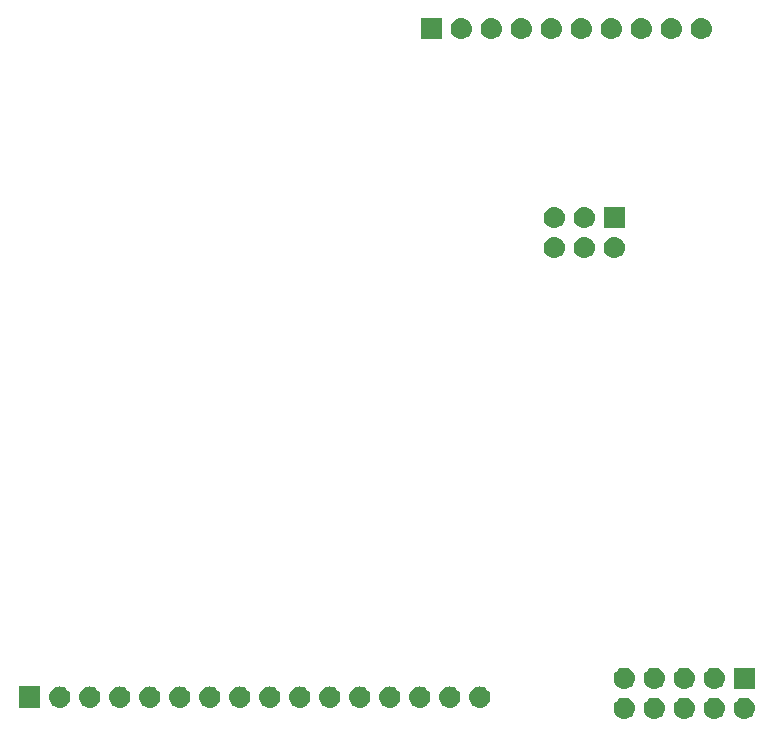
<source format=gbr>
G04 #@! TF.GenerationSoftware,KiCad,Pcbnew,(5.1.2)-1*
G04 #@! TF.CreationDate,2019-12-13T22:05:17-08:00*
G04 #@! TF.ProjectId,kicad-cpu-board-smt,6b696361-642d-4637-9075-2d626f617264,rev?*
G04 #@! TF.SameCoordinates,Original*
G04 #@! TF.FileFunction,Soldermask,Bot*
G04 #@! TF.FilePolarity,Negative*
%FSLAX46Y46*%
G04 Gerber Fmt 4.6, Leading zero omitted, Abs format (unit mm)*
G04 Created by KiCad (PCBNEW (5.1.2)-1) date 2019-12-13 22:05:17*
%MOMM*%
%LPD*%
G04 APERTURE LIST*
%ADD10C,0.100000*%
G04 APERTURE END LIST*
D10*
G36*
X83110443Y-74645519D02*
G01*
X83176627Y-74652037D01*
X83346466Y-74703557D01*
X83502991Y-74787222D01*
X83538729Y-74816552D01*
X83640186Y-74899814D01*
X83723448Y-75001271D01*
X83752778Y-75037009D01*
X83836443Y-75193534D01*
X83887963Y-75363373D01*
X83905359Y-75540000D01*
X83887963Y-75716627D01*
X83836443Y-75886466D01*
X83752778Y-76042991D01*
X83723448Y-76078729D01*
X83640186Y-76180186D01*
X83538729Y-76263448D01*
X83502991Y-76292778D01*
X83346466Y-76376443D01*
X83176627Y-76427963D01*
X83110442Y-76434482D01*
X83044260Y-76441000D01*
X82955740Y-76441000D01*
X82889558Y-76434482D01*
X82823373Y-76427963D01*
X82653534Y-76376443D01*
X82497009Y-76292778D01*
X82461271Y-76263448D01*
X82359814Y-76180186D01*
X82276552Y-76078729D01*
X82247222Y-76042991D01*
X82163557Y-75886466D01*
X82112037Y-75716627D01*
X82094641Y-75540000D01*
X82112037Y-75363373D01*
X82163557Y-75193534D01*
X82247222Y-75037009D01*
X82276552Y-75001271D01*
X82359814Y-74899814D01*
X82461271Y-74816552D01*
X82497009Y-74787222D01*
X82653534Y-74703557D01*
X82823373Y-74652037D01*
X82889557Y-74645519D01*
X82955740Y-74639000D01*
X83044260Y-74639000D01*
X83110443Y-74645519D01*
X83110443Y-74645519D01*
G37*
G36*
X78030443Y-74645519D02*
G01*
X78096627Y-74652037D01*
X78266466Y-74703557D01*
X78422991Y-74787222D01*
X78458729Y-74816552D01*
X78560186Y-74899814D01*
X78643448Y-75001271D01*
X78672778Y-75037009D01*
X78756443Y-75193534D01*
X78807963Y-75363373D01*
X78825359Y-75540000D01*
X78807963Y-75716627D01*
X78756443Y-75886466D01*
X78672778Y-76042991D01*
X78643448Y-76078729D01*
X78560186Y-76180186D01*
X78458729Y-76263448D01*
X78422991Y-76292778D01*
X78266466Y-76376443D01*
X78096627Y-76427963D01*
X78030442Y-76434482D01*
X77964260Y-76441000D01*
X77875740Y-76441000D01*
X77809558Y-76434482D01*
X77743373Y-76427963D01*
X77573534Y-76376443D01*
X77417009Y-76292778D01*
X77381271Y-76263448D01*
X77279814Y-76180186D01*
X77196552Y-76078729D01*
X77167222Y-76042991D01*
X77083557Y-75886466D01*
X77032037Y-75716627D01*
X77014641Y-75540000D01*
X77032037Y-75363373D01*
X77083557Y-75193534D01*
X77167222Y-75037009D01*
X77196552Y-75001271D01*
X77279814Y-74899814D01*
X77381271Y-74816552D01*
X77417009Y-74787222D01*
X77573534Y-74703557D01*
X77743373Y-74652037D01*
X77809557Y-74645519D01*
X77875740Y-74639000D01*
X77964260Y-74639000D01*
X78030443Y-74645519D01*
X78030443Y-74645519D01*
G37*
G36*
X75490443Y-74645519D02*
G01*
X75556627Y-74652037D01*
X75726466Y-74703557D01*
X75882991Y-74787222D01*
X75918729Y-74816552D01*
X76020186Y-74899814D01*
X76103448Y-75001271D01*
X76132778Y-75037009D01*
X76216443Y-75193534D01*
X76267963Y-75363373D01*
X76285359Y-75540000D01*
X76267963Y-75716627D01*
X76216443Y-75886466D01*
X76132778Y-76042991D01*
X76103448Y-76078729D01*
X76020186Y-76180186D01*
X75918729Y-76263448D01*
X75882991Y-76292778D01*
X75726466Y-76376443D01*
X75556627Y-76427963D01*
X75490442Y-76434482D01*
X75424260Y-76441000D01*
X75335740Y-76441000D01*
X75269558Y-76434482D01*
X75203373Y-76427963D01*
X75033534Y-76376443D01*
X74877009Y-76292778D01*
X74841271Y-76263448D01*
X74739814Y-76180186D01*
X74656552Y-76078729D01*
X74627222Y-76042991D01*
X74543557Y-75886466D01*
X74492037Y-75716627D01*
X74474641Y-75540000D01*
X74492037Y-75363373D01*
X74543557Y-75193534D01*
X74627222Y-75037009D01*
X74656552Y-75001271D01*
X74739814Y-74899814D01*
X74841271Y-74816552D01*
X74877009Y-74787222D01*
X75033534Y-74703557D01*
X75203373Y-74652037D01*
X75269557Y-74645519D01*
X75335740Y-74639000D01*
X75424260Y-74639000D01*
X75490443Y-74645519D01*
X75490443Y-74645519D01*
G37*
G36*
X72950443Y-74645519D02*
G01*
X73016627Y-74652037D01*
X73186466Y-74703557D01*
X73342991Y-74787222D01*
X73378729Y-74816552D01*
X73480186Y-74899814D01*
X73563448Y-75001271D01*
X73592778Y-75037009D01*
X73676443Y-75193534D01*
X73727963Y-75363373D01*
X73745359Y-75540000D01*
X73727963Y-75716627D01*
X73676443Y-75886466D01*
X73592778Y-76042991D01*
X73563448Y-76078729D01*
X73480186Y-76180186D01*
X73378729Y-76263448D01*
X73342991Y-76292778D01*
X73186466Y-76376443D01*
X73016627Y-76427963D01*
X72950442Y-76434482D01*
X72884260Y-76441000D01*
X72795740Y-76441000D01*
X72729558Y-76434482D01*
X72663373Y-76427963D01*
X72493534Y-76376443D01*
X72337009Y-76292778D01*
X72301271Y-76263448D01*
X72199814Y-76180186D01*
X72116552Y-76078729D01*
X72087222Y-76042991D01*
X72003557Y-75886466D01*
X71952037Y-75716627D01*
X71934641Y-75540000D01*
X71952037Y-75363373D01*
X72003557Y-75193534D01*
X72087222Y-75037009D01*
X72116552Y-75001271D01*
X72199814Y-74899814D01*
X72301271Y-74816552D01*
X72337009Y-74787222D01*
X72493534Y-74703557D01*
X72663373Y-74652037D01*
X72729557Y-74645519D01*
X72795740Y-74639000D01*
X72884260Y-74639000D01*
X72950443Y-74645519D01*
X72950443Y-74645519D01*
G37*
G36*
X80570443Y-74645519D02*
G01*
X80636627Y-74652037D01*
X80806466Y-74703557D01*
X80962991Y-74787222D01*
X80998729Y-74816552D01*
X81100186Y-74899814D01*
X81183448Y-75001271D01*
X81212778Y-75037009D01*
X81296443Y-75193534D01*
X81347963Y-75363373D01*
X81365359Y-75540000D01*
X81347963Y-75716627D01*
X81296443Y-75886466D01*
X81212778Y-76042991D01*
X81183448Y-76078729D01*
X81100186Y-76180186D01*
X80998729Y-76263448D01*
X80962991Y-76292778D01*
X80806466Y-76376443D01*
X80636627Y-76427963D01*
X80570442Y-76434482D01*
X80504260Y-76441000D01*
X80415740Y-76441000D01*
X80349558Y-76434482D01*
X80283373Y-76427963D01*
X80113534Y-76376443D01*
X79957009Y-76292778D01*
X79921271Y-76263448D01*
X79819814Y-76180186D01*
X79736552Y-76078729D01*
X79707222Y-76042991D01*
X79623557Y-75886466D01*
X79572037Y-75716627D01*
X79554641Y-75540000D01*
X79572037Y-75363373D01*
X79623557Y-75193534D01*
X79707222Y-75037009D01*
X79736552Y-75001271D01*
X79819814Y-74899814D01*
X79921271Y-74816552D01*
X79957009Y-74787222D01*
X80113534Y-74703557D01*
X80283373Y-74652037D01*
X80349557Y-74645519D01*
X80415740Y-74639000D01*
X80504260Y-74639000D01*
X80570443Y-74645519D01*
X80570443Y-74645519D01*
G37*
G36*
X45470443Y-73705519D02*
G01*
X45536627Y-73712037D01*
X45706466Y-73763557D01*
X45862991Y-73847222D01*
X45898729Y-73876552D01*
X46000186Y-73959814D01*
X46083448Y-74061271D01*
X46112778Y-74097009D01*
X46196443Y-74253534D01*
X46247963Y-74423373D01*
X46265359Y-74600000D01*
X46247963Y-74776627D01*
X46196443Y-74946466D01*
X46112778Y-75102991D01*
X46083448Y-75138729D01*
X46000186Y-75240186D01*
X45898729Y-75323448D01*
X45862991Y-75352778D01*
X45706466Y-75436443D01*
X45536627Y-75487963D01*
X45470443Y-75494481D01*
X45404260Y-75501000D01*
X45315740Y-75501000D01*
X45249557Y-75494481D01*
X45183373Y-75487963D01*
X45013534Y-75436443D01*
X44857009Y-75352778D01*
X44821271Y-75323448D01*
X44719814Y-75240186D01*
X44636552Y-75138729D01*
X44607222Y-75102991D01*
X44523557Y-74946466D01*
X44472037Y-74776627D01*
X44454641Y-74600000D01*
X44472037Y-74423373D01*
X44523557Y-74253534D01*
X44607222Y-74097009D01*
X44636552Y-74061271D01*
X44719814Y-73959814D01*
X44821271Y-73876552D01*
X44857009Y-73847222D01*
X45013534Y-73763557D01*
X45183373Y-73712037D01*
X45249557Y-73705519D01*
X45315740Y-73699000D01*
X45404260Y-73699000D01*
X45470443Y-73705519D01*
X45470443Y-73705519D01*
G37*
G36*
X25150443Y-73705519D02*
G01*
X25216627Y-73712037D01*
X25386466Y-73763557D01*
X25542991Y-73847222D01*
X25578729Y-73876552D01*
X25680186Y-73959814D01*
X25763448Y-74061271D01*
X25792778Y-74097009D01*
X25876443Y-74253534D01*
X25927963Y-74423373D01*
X25945359Y-74600000D01*
X25927963Y-74776627D01*
X25876443Y-74946466D01*
X25792778Y-75102991D01*
X25763448Y-75138729D01*
X25680186Y-75240186D01*
X25578729Y-75323448D01*
X25542991Y-75352778D01*
X25386466Y-75436443D01*
X25216627Y-75487963D01*
X25150443Y-75494481D01*
X25084260Y-75501000D01*
X24995740Y-75501000D01*
X24929557Y-75494481D01*
X24863373Y-75487963D01*
X24693534Y-75436443D01*
X24537009Y-75352778D01*
X24501271Y-75323448D01*
X24399814Y-75240186D01*
X24316552Y-75138729D01*
X24287222Y-75102991D01*
X24203557Y-74946466D01*
X24152037Y-74776627D01*
X24134641Y-74600000D01*
X24152037Y-74423373D01*
X24203557Y-74253534D01*
X24287222Y-74097009D01*
X24316552Y-74061271D01*
X24399814Y-73959814D01*
X24501271Y-73876552D01*
X24537009Y-73847222D01*
X24693534Y-73763557D01*
X24863373Y-73712037D01*
X24929557Y-73705519D01*
X24995740Y-73699000D01*
X25084260Y-73699000D01*
X25150443Y-73705519D01*
X25150443Y-73705519D01*
G37*
G36*
X27690443Y-73705519D02*
G01*
X27756627Y-73712037D01*
X27926466Y-73763557D01*
X28082991Y-73847222D01*
X28118729Y-73876552D01*
X28220186Y-73959814D01*
X28303448Y-74061271D01*
X28332778Y-74097009D01*
X28416443Y-74253534D01*
X28467963Y-74423373D01*
X28485359Y-74600000D01*
X28467963Y-74776627D01*
X28416443Y-74946466D01*
X28332778Y-75102991D01*
X28303448Y-75138729D01*
X28220186Y-75240186D01*
X28118729Y-75323448D01*
X28082991Y-75352778D01*
X27926466Y-75436443D01*
X27756627Y-75487963D01*
X27690443Y-75494481D01*
X27624260Y-75501000D01*
X27535740Y-75501000D01*
X27469557Y-75494481D01*
X27403373Y-75487963D01*
X27233534Y-75436443D01*
X27077009Y-75352778D01*
X27041271Y-75323448D01*
X26939814Y-75240186D01*
X26856552Y-75138729D01*
X26827222Y-75102991D01*
X26743557Y-74946466D01*
X26692037Y-74776627D01*
X26674641Y-74600000D01*
X26692037Y-74423373D01*
X26743557Y-74253534D01*
X26827222Y-74097009D01*
X26856552Y-74061271D01*
X26939814Y-73959814D01*
X27041271Y-73876552D01*
X27077009Y-73847222D01*
X27233534Y-73763557D01*
X27403373Y-73712037D01*
X27469557Y-73705519D01*
X27535740Y-73699000D01*
X27624260Y-73699000D01*
X27690443Y-73705519D01*
X27690443Y-73705519D01*
G37*
G36*
X30230443Y-73705519D02*
G01*
X30296627Y-73712037D01*
X30466466Y-73763557D01*
X30622991Y-73847222D01*
X30658729Y-73876552D01*
X30760186Y-73959814D01*
X30843448Y-74061271D01*
X30872778Y-74097009D01*
X30956443Y-74253534D01*
X31007963Y-74423373D01*
X31025359Y-74600000D01*
X31007963Y-74776627D01*
X30956443Y-74946466D01*
X30872778Y-75102991D01*
X30843448Y-75138729D01*
X30760186Y-75240186D01*
X30658729Y-75323448D01*
X30622991Y-75352778D01*
X30466466Y-75436443D01*
X30296627Y-75487963D01*
X30230443Y-75494481D01*
X30164260Y-75501000D01*
X30075740Y-75501000D01*
X30009557Y-75494481D01*
X29943373Y-75487963D01*
X29773534Y-75436443D01*
X29617009Y-75352778D01*
X29581271Y-75323448D01*
X29479814Y-75240186D01*
X29396552Y-75138729D01*
X29367222Y-75102991D01*
X29283557Y-74946466D01*
X29232037Y-74776627D01*
X29214641Y-74600000D01*
X29232037Y-74423373D01*
X29283557Y-74253534D01*
X29367222Y-74097009D01*
X29396552Y-74061271D01*
X29479814Y-73959814D01*
X29581271Y-73876552D01*
X29617009Y-73847222D01*
X29773534Y-73763557D01*
X29943373Y-73712037D01*
X30009557Y-73705519D01*
X30075740Y-73699000D01*
X30164260Y-73699000D01*
X30230443Y-73705519D01*
X30230443Y-73705519D01*
G37*
G36*
X32770443Y-73705519D02*
G01*
X32836627Y-73712037D01*
X33006466Y-73763557D01*
X33162991Y-73847222D01*
X33198729Y-73876552D01*
X33300186Y-73959814D01*
X33383448Y-74061271D01*
X33412778Y-74097009D01*
X33496443Y-74253534D01*
X33547963Y-74423373D01*
X33565359Y-74600000D01*
X33547963Y-74776627D01*
X33496443Y-74946466D01*
X33412778Y-75102991D01*
X33383448Y-75138729D01*
X33300186Y-75240186D01*
X33198729Y-75323448D01*
X33162991Y-75352778D01*
X33006466Y-75436443D01*
X32836627Y-75487963D01*
X32770443Y-75494481D01*
X32704260Y-75501000D01*
X32615740Y-75501000D01*
X32549557Y-75494481D01*
X32483373Y-75487963D01*
X32313534Y-75436443D01*
X32157009Y-75352778D01*
X32121271Y-75323448D01*
X32019814Y-75240186D01*
X31936552Y-75138729D01*
X31907222Y-75102991D01*
X31823557Y-74946466D01*
X31772037Y-74776627D01*
X31754641Y-74600000D01*
X31772037Y-74423373D01*
X31823557Y-74253534D01*
X31907222Y-74097009D01*
X31936552Y-74061271D01*
X32019814Y-73959814D01*
X32121271Y-73876552D01*
X32157009Y-73847222D01*
X32313534Y-73763557D01*
X32483373Y-73712037D01*
X32549557Y-73705519D01*
X32615740Y-73699000D01*
X32704260Y-73699000D01*
X32770443Y-73705519D01*
X32770443Y-73705519D01*
G37*
G36*
X35310443Y-73705519D02*
G01*
X35376627Y-73712037D01*
X35546466Y-73763557D01*
X35702991Y-73847222D01*
X35738729Y-73876552D01*
X35840186Y-73959814D01*
X35923448Y-74061271D01*
X35952778Y-74097009D01*
X36036443Y-74253534D01*
X36087963Y-74423373D01*
X36105359Y-74600000D01*
X36087963Y-74776627D01*
X36036443Y-74946466D01*
X35952778Y-75102991D01*
X35923448Y-75138729D01*
X35840186Y-75240186D01*
X35738729Y-75323448D01*
X35702991Y-75352778D01*
X35546466Y-75436443D01*
X35376627Y-75487963D01*
X35310443Y-75494481D01*
X35244260Y-75501000D01*
X35155740Y-75501000D01*
X35089557Y-75494481D01*
X35023373Y-75487963D01*
X34853534Y-75436443D01*
X34697009Y-75352778D01*
X34661271Y-75323448D01*
X34559814Y-75240186D01*
X34476552Y-75138729D01*
X34447222Y-75102991D01*
X34363557Y-74946466D01*
X34312037Y-74776627D01*
X34294641Y-74600000D01*
X34312037Y-74423373D01*
X34363557Y-74253534D01*
X34447222Y-74097009D01*
X34476552Y-74061271D01*
X34559814Y-73959814D01*
X34661271Y-73876552D01*
X34697009Y-73847222D01*
X34853534Y-73763557D01*
X35023373Y-73712037D01*
X35089557Y-73705519D01*
X35155740Y-73699000D01*
X35244260Y-73699000D01*
X35310443Y-73705519D01*
X35310443Y-73705519D01*
G37*
G36*
X37850443Y-73705519D02*
G01*
X37916627Y-73712037D01*
X38086466Y-73763557D01*
X38242991Y-73847222D01*
X38278729Y-73876552D01*
X38380186Y-73959814D01*
X38463448Y-74061271D01*
X38492778Y-74097009D01*
X38576443Y-74253534D01*
X38627963Y-74423373D01*
X38645359Y-74600000D01*
X38627963Y-74776627D01*
X38576443Y-74946466D01*
X38492778Y-75102991D01*
X38463448Y-75138729D01*
X38380186Y-75240186D01*
X38278729Y-75323448D01*
X38242991Y-75352778D01*
X38086466Y-75436443D01*
X37916627Y-75487963D01*
X37850443Y-75494481D01*
X37784260Y-75501000D01*
X37695740Y-75501000D01*
X37629557Y-75494481D01*
X37563373Y-75487963D01*
X37393534Y-75436443D01*
X37237009Y-75352778D01*
X37201271Y-75323448D01*
X37099814Y-75240186D01*
X37016552Y-75138729D01*
X36987222Y-75102991D01*
X36903557Y-74946466D01*
X36852037Y-74776627D01*
X36834641Y-74600000D01*
X36852037Y-74423373D01*
X36903557Y-74253534D01*
X36987222Y-74097009D01*
X37016552Y-74061271D01*
X37099814Y-73959814D01*
X37201271Y-73876552D01*
X37237009Y-73847222D01*
X37393534Y-73763557D01*
X37563373Y-73712037D01*
X37629557Y-73705519D01*
X37695740Y-73699000D01*
X37784260Y-73699000D01*
X37850443Y-73705519D01*
X37850443Y-73705519D01*
G37*
G36*
X40390443Y-73705519D02*
G01*
X40456627Y-73712037D01*
X40626466Y-73763557D01*
X40782991Y-73847222D01*
X40818729Y-73876552D01*
X40920186Y-73959814D01*
X41003448Y-74061271D01*
X41032778Y-74097009D01*
X41116443Y-74253534D01*
X41167963Y-74423373D01*
X41185359Y-74600000D01*
X41167963Y-74776627D01*
X41116443Y-74946466D01*
X41032778Y-75102991D01*
X41003448Y-75138729D01*
X40920186Y-75240186D01*
X40818729Y-75323448D01*
X40782991Y-75352778D01*
X40626466Y-75436443D01*
X40456627Y-75487963D01*
X40390443Y-75494481D01*
X40324260Y-75501000D01*
X40235740Y-75501000D01*
X40169557Y-75494481D01*
X40103373Y-75487963D01*
X39933534Y-75436443D01*
X39777009Y-75352778D01*
X39741271Y-75323448D01*
X39639814Y-75240186D01*
X39556552Y-75138729D01*
X39527222Y-75102991D01*
X39443557Y-74946466D01*
X39392037Y-74776627D01*
X39374641Y-74600000D01*
X39392037Y-74423373D01*
X39443557Y-74253534D01*
X39527222Y-74097009D01*
X39556552Y-74061271D01*
X39639814Y-73959814D01*
X39741271Y-73876552D01*
X39777009Y-73847222D01*
X39933534Y-73763557D01*
X40103373Y-73712037D01*
X40169557Y-73705519D01*
X40235740Y-73699000D01*
X40324260Y-73699000D01*
X40390443Y-73705519D01*
X40390443Y-73705519D01*
G37*
G36*
X42930443Y-73705519D02*
G01*
X42996627Y-73712037D01*
X43166466Y-73763557D01*
X43322991Y-73847222D01*
X43358729Y-73876552D01*
X43460186Y-73959814D01*
X43543448Y-74061271D01*
X43572778Y-74097009D01*
X43656443Y-74253534D01*
X43707963Y-74423373D01*
X43725359Y-74600000D01*
X43707963Y-74776627D01*
X43656443Y-74946466D01*
X43572778Y-75102991D01*
X43543448Y-75138729D01*
X43460186Y-75240186D01*
X43358729Y-75323448D01*
X43322991Y-75352778D01*
X43166466Y-75436443D01*
X42996627Y-75487963D01*
X42930443Y-75494481D01*
X42864260Y-75501000D01*
X42775740Y-75501000D01*
X42709557Y-75494481D01*
X42643373Y-75487963D01*
X42473534Y-75436443D01*
X42317009Y-75352778D01*
X42281271Y-75323448D01*
X42179814Y-75240186D01*
X42096552Y-75138729D01*
X42067222Y-75102991D01*
X41983557Y-74946466D01*
X41932037Y-74776627D01*
X41914641Y-74600000D01*
X41932037Y-74423373D01*
X41983557Y-74253534D01*
X42067222Y-74097009D01*
X42096552Y-74061271D01*
X42179814Y-73959814D01*
X42281271Y-73876552D01*
X42317009Y-73847222D01*
X42473534Y-73763557D01*
X42643373Y-73712037D01*
X42709557Y-73705519D01*
X42775740Y-73699000D01*
X42864260Y-73699000D01*
X42930443Y-73705519D01*
X42930443Y-73705519D01*
G37*
G36*
X48010443Y-73705519D02*
G01*
X48076627Y-73712037D01*
X48246466Y-73763557D01*
X48402991Y-73847222D01*
X48438729Y-73876552D01*
X48540186Y-73959814D01*
X48623448Y-74061271D01*
X48652778Y-74097009D01*
X48736443Y-74253534D01*
X48787963Y-74423373D01*
X48805359Y-74600000D01*
X48787963Y-74776627D01*
X48736443Y-74946466D01*
X48652778Y-75102991D01*
X48623448Y-75138729D01*
X48540186Y-75240186D01*
X48438729Y-75323448D01*
X48402991Y-75352778D01*
X48246466Y-75436443D01*
X48076627Y-75487963D01*
X48010443Y-75494481D01*
X47944260Y-75501000D01*
X47855740Y-75501000D01*
X47789557Y-75494481D01*
X47723373Y-75487963D01*
X47553534Y-75436443D01*
X47397009Y-75352778D01*
X47361271Y-75323448D01*
X47259814Y-75240186D01*
X47176552Y-75138729D01*
X47147222Y-75102991D01*
X47063557Y-74946466D01*
X47012037Y-74776627D01*
X46994641Y-74600000D01*
X47012037Y-74423373D01*
X47063557Y-74253534D01*
X47147222Y-74097009D01*
X47176552Y-74061271D01*
X47259814Y-73959814D01*
X47361271Y-73876552D01*
X47397009Y-73847222D01*
X47553534Y-73763557D01*
X47723373Y-73712037D01*
X47789557Y-73705519D01*
X47855740Y-73699000D01*
X47944260Y-73699000D01*
X48010443Y-73705519D01*
X48010443Y-73705519D01*
G37*
G36*
X50550443Y-73705519D02*
G01*
X50616627Y-73712037D01*
X50786466Y-73763557D01*
X50942991Y-73847222D01*
X50978729Y-73876552D01*
X51080186Y-73959814D01*
X51163448Y-74061271D01*
X51192778Y-74097009D01*
X51276443Y-74253534D01*
X51327963Y-74423373D01*
X51345359Y-74600000D01*
X51327963Y-74776627D01*
X51276443Y-74946466D01*
X51192778Y-75102991D01*
X51163448Y-75138729D01*
X51080186Y-75240186D01*
X50978729Y-75323448D01*
X50942991Y-75352778D01*
X50786466Y-75436443D01*
X50616627Y-75487963D01*
X50550443Y-75494481D01*
X50484260Y-75501000D01*
X50395740Y-75501000D01*
X50329557Y-75494481D01*
X50263373Y-75487963D01*
X50093534Y-75436443D01*
X49937009Y-75352778D01*
X49901271Y-75323448D01*
X49799814Y-75240186D01*
X49716552Y-75138729D01*
X49687222Y-75102991D01*
X49603557Y-74946466D01*
X49552037Y-74776627D01*
X49534641Y-74600000D01*
X49552037Y-74423373D01*
X49603557Y-74253534D01*
X49687222Y-74097009D01*
X49716552Y-74061271D01*
X49799814Y-73959814D01*
X49901271Y-73876552D01*
X49937009Y-73847222D01*
X50093534Y-73763557D01*
X50263373Y-73712037D01*
X50329557Y-73705519D01*
X50395740Y-73699000D01*
X50484260Y-73699000D01*
X50550443Y-73705519D01*
X50550443Y-73705519D01*
G37*
G36*
X53090443Y-73705519D02*
G01*
X53156627Y-73712037D01*
X53326466Y-73763557D01*
X53482991Y-73847222D01*
X53518729Y-73876552D01*
X53620186Y-73959814D01*
X53703448Y-74061271D01*
X53732778Y-74097009D01*
X53816443Y-74253534D01*
X53867963Y-74423373D01*
X53885359Y-74600000D01*
X53867963Y-74776627D01*
X53816443Y-74946466D01*
X53732778Y-75102991D01*
X53703448Y-75138729D01*
X53620186Y-75240186D01*
X53518729Y-75323448D01*
X53482991Y-75352778D01*
X53326466Y-75436443D01*
X53156627Y-75487963D01*
X53090443Y-75494481D01*
X53024260Y-75501000D01*
X52935740Y-75501000D01*
X52869557Y-75494481D01*
X52803373Y-75487963D01*
X52633534Y-75436443D01*
X52477009Y-75352778D01*
X52441271Y-75323448D01*
X52339814Y-75240186D01*
X52256552Y-75138729D01*
X52227222Y-75102991D01*
X52143557Y-74946466D01*
X52092037Y-74776627D01*
X52074641Y-74600000D01*
X52092037Y-74423373D01*
X52143557Y-74253534D01*
X52227222Y-74097009D01*
X52256552Y-74061271D01*
X52339814Y-73959814D01*
X52441271Y-73876552D01*
X52477009Y-73847222D01*
X52633534Y-73763557D01*
X52803373Y-73712037D01*
X52869557Y-73705519D01*
X52935740Y-73699000D01*
X53024260Y-73699000D01*
X53090443Y-73705519D01*
X53090443Y-73705519D01*
G37*
G36*
X55630443Y-73705519D02*
G01*
X55696627Y-73712037D01*
X55866466Y-73763557D01*
X56022991Y-73847222D01*
X56058729Y-73876552D01*
X56160186Y-73959814D01*
X56243448Y-74061271D01*
X56272778Y-74097009D01*
X56356443Y-74253534D01*
X56407963Y-74423373D01*
X56425359Y-74600000D01*
X56407963Y-74776627D01*
X56356443Y-74946466D01*
X56272778Y-75102991D01*
X56243448Y-75138729D01*
X56160186Y-75240186D01*
X56058729Y-75323448D01*
X56022991Y-75352778D01*
X55866466Y-75436443D01*
X55696627Y-75487963D01*
X55630443Y-75494481D01*
X55564260Y-75501000D01*
X55475740Y-75501000D01*
X55409557Y-75494481D01*
X55343373Y-75487963D01*
X55173534Y-75436443D01*
X55017009Y-75352778D01*
X54981271Y-75323448D01*
X54879814Y-75240186D01*
X54796552Y-75138729D01*
X54767222Y-75102991D01*
X54683557Y-74946466D01*
X54632037Y-74776627D01*
X54614641Y-74600000D01*
X54632037Y-74423373D01*
X54683557Y-74253534D01*
X54767222Y-74097009D01*
X54796552Y-74061271D01*
X54879814Y-73959814D01*
X54981271Y-73876552D01*
X55017009Y-73847222D01*
X55173534Y-73763557D01*
X55343373Y-73712037D01*
X55409557Y-73705519D01*
X55475740Y-73699000D01*
X55564260Y-73699000D01*
X55630443Y-73705519D01*
X55630443Y-73705519D01*
G37*
G36*
X60710443Y-73705519D02*
G01*
X60776627Y-73712037D01*
X60946466Y-73763557D01*
X61102991Y-73847222D01*
X61138729Y-73876552D01*
X61240186Y-73959814D01*
X61323448Y-74061271D01*
X61352778Y-74097009D01*
X61436443Y-74253534D01*
X61487963Y-74423373D01*
X61505359Y-74600000D01*
X61487963Y-74776627D01*
X61436443Y-74946466D01*
X61352778Y-75102991D01*
X61323448Y-75138729D01*
X61240186Y-75240186D01*
X61138729Y-75323448D01*
X61102991Y-75352778D01*
X60946466Y-75436443D01*
X60776627Y-75487963D01*
X60710443Y-75494481D01*
X60644260Y-75501000D01*
X60555740Y-75501000D01*
X60489557Y-75494481D01*
X60423373Y-75487963D01*
X60253534Y-75436443D01*
X60097009Y-75352778D01*
X60061271Y-75323448D01*
X59959814Y-75240186D01*
X59876552Y-75138729D01*
X59847222Y-75102991D01*
X59763557Y-74946466D01*
X59712037Y-74776627D01*
X59694641Y-74600000D01*
X59712037Y-74423373D01*
X59763557Y-74253534D01*
X59847222Y-74097009D01*
X59876552Y-74061271D01*
X59959814Y-73959814D01*
X60061271Y-73876552D01*
X60097009Y-73847222D01*
X60253534Y-73763557D01*
X60423373Y-73712037D01*
X60489557Y-73705519D01*
X60555740Y-73699000D01*
X60644260Y-73699000D01*
X60710443Y-73705519D01*
X60710443Y-73705519D01*
G37*
G36*
X58170443Y-73705519D02*
G01*
X58236627Y-73712037D01*
X58406466Y-73763557D01*
X58562991Y-73847222D01*
X58598729Y-73876552D01*
X58700186Y-73959814D01*
X58783448Y-74061271D01*
X58812778Y-74097009D01*
X58896443Y-74253534D01*
X58947963Y-74423373D01*
X58965359Y-74600000D01*
X58947963Y-74776627D01*
X58896443Y-74946466D01*
X58812778Y-75102991D01*
X58783448Y-75138729D01*
X58700186Y-75240186D01*
X58598729Y-75323448D01*
X58562991Y-75352778D01*
X58406466Y-75436443D01*
X58236627Y-75487963D01*
X58170443Y-75494481D01*
X58104260Y-75501000D01*
X58015740Y-75501000D01*
X57949557Y-75494481D01*
X57883373Y-75487963D01*
X57713534Y-75436443D01*
X57557009Y-75352778D01*
X57521271Y-75323448D01*
X57419814Y-75240186D01*
X57336552Y-75138729D01*
X57307222Y-75102991D01*
X57223557Y-74946466D01*
X57172037Y-74776627D01*
X57154641Y-74600000D01*
X57172037Y-74423373D01*
X57223557Y-74253534D01*
X57307222Y-74097009D01*
X57336552Y-74061271D01*
X57419814Y-73959814D01*
X57521271Y-73876552D01*
X57557009Y-73847222D01*
X57713534Y-73763557D01*
X57883373Y-73712037D01*
X57949557Y-73705519D01*
X58015740Y-73699000D01*
X58104260Y-73699000D01*
X58170443Y-73705519D01*
X58170443Y-73705519D01*
G37*
G36*
X23401000Y-75501000D02*
G01*
X21599000Y-75501000D01*
X21599000Y-73699000D01*
X23401000Y-73699000D01*
X23401000Y-75501000D01*
X23401000Y-75501000D01*
G37*
G36*
X83901000Y-73901000D02*
G01*
X82099000Y-73901000D01*
X82099000Y-72099000D01*
X83901000Y-72099000D01*
X83901000Y-73901000D01*
X83901000Y-73901000D01*
G37*
G36*
X72950442Y-72105518D02*
G01*
X73016627Y-72112037D01*
X73186466Y-72163557D01*
X73342991Y-72247222D01*
X73378729Y-72276552D01*
X73480186Y-72359814D01*
X73563448Y-72461271D01*
X73592778Y-72497009D01*
X73676443Y-72653534D01*
X73727963Y-72823373D01*
X73745359Y-73000000D01*
X73727963Y-73176627D01*
X73676443Y-73346466D01*
X73592778Y-73502991D01*
X73563448Y-73538729D01*
X73480186Y-73640186D01*
X73392634Y-73712037D01*
X73342991Y-73752778D01*
X73186466Y-73836443D01*
X73016627Y-73887963D01*
X72950443Y-73894481D01*
X72884260Y-73901000D01*
X72795740Y-73901000D01*
X72729557Y-73894481D01*
X72663373Y-73887963D01*
X72493534Y-73836443D01*
X72337009Y-73752778D01*
X72287366Y-73712037D01*
X72199814Y-73640186D01*
X72116552Y-73538729D01*
X72087222Y-73502991D01*
X72003557Y-73346466D01*
X71952037Y-73176627D01*
X71934641Y-73000000D01*
X71952037Y-72823373D01*
X72003557Y-72653534D01*
X72087222Y-72497009D01*
X72116552Y-72461271D01*
X72199814Y-72359814D01*
X72301271Y-72276552D01*
X72337009Y-72247222D01*
X72493534Y-72163557D01*
X72663373Y-72112037D01*
X72729558Y-72105518D01*
X72795740Y-72099000D01*
X72884260Y-72099000D01*
X72950442Y-72105518D01*
X72950442Y-72105518D01*
G37*
G36*
X75490442Y-72105518D02*
G01*
X75556627Y-72112037D01*
X75726466Y-72163557D01*
X75882991Y-72247222D01*
X75918729Y-72276552D01*
X76020186Y-72359814D01*
X76103448Y-72461271D01*
X76132778Y-72497009D01*
X76216443Y-72653534D01*
X76267963Y-72823373D01*
X76285359Y-73000000D01*
X76267963Y-73176627D01*
X76216443Y-73346466D01*
X76132778Y-73502991D01*
X76103448Y-73538729D01*
X76020186Y-73640186D01*
X75932634Y-73712037D01*
X75882991Y-73752778D01*
X75726466Y-73836443D01*
X75556627Y-73887963D01*
X75490443Y-73894481D01*
X75424260Y-73901000D01*
X75335740Y-73901000D01*
X75269557Y-73894481D01*
X75203373Y-73887963D01*
X75033534Y-73836443D01*
X74877009Y-73752778D01*
X74827366Y-73712037D01*
X74739814Y-73640186D01*
X74656552Y-73538729D01*
X74627222Y-73502991D01*
X74543557Y-73346466D01*
X74492037Y-73176627D01*
X74474641Y-73000000D01*
X74492037Y-72823373D01*
X74543557Y-72653534D01*
X74627222Y-72497009D01*
X74656552Y-72461271D01*
X74739814Y-72359814D01*
X74841271Y-72276552D01*
X74877009Y-72247222D01*
X75033534Y-72163557D01*
X75203373Y-72112037D01*
X75269558Y-72105518D01*
X75335740Y-72099000D01*
X75424260Y-72099000D01*
X75490442Y-72105518D01*
X75490442Y-72105518D01*
G37*
G36*
X80570442Y-72105518D02*
G01*
X80636627Y-72112037D01*
X80806466Y-72163557D01*
X80962991Y-72247222D01*
X80998729Y-72276552D01*
X81100186Y-72359814D01*
X81183448Y-72461271D01*
X81212778Y-72497009D01*
X81296443Y-72653534D01*
X81347963Y-72823373D01*
X81365359Y-73000000D01*
X81347963Y-73176627D01*
X81296443Y-73346466D01*
X81212778Y-73502991D01*
X81183448Y-73538729D01*
X81100186Y-73640186D01*
X81012634Y-73712037D01*
X80962991Y-73752778D01*
X80806466Y-73836443D01*
X80636627Y-73887963D01*
X80570443Y-73894481D01*
X80504260Y-73901000D01*
X80415740Y-73901000D01*
X80349557Y-73894481D01*
X80283373Y-73887963D01*
X80113534Y-73836443D01*
X79957009Y-73752778D01*
X79907366Y-73712037D01*
X79819814Y-73640186D01*
X79736552Y-73538729D01*
X79707222Y-73502991D01*
X79623557Y-73346466D01*
X79572037Y-73176627D01*
X79554641Y-73000000D01*
X79572037Y-72823373D01*
X79623557Y-72653534D01*
X79707222Y-72497009D01*
X79736552Y-72461271D01*
X79819814Y-72359814D01*
X79921271Y-72276552D01*
X79957009Y-72247222D01*
X80113534Y-72163557D01*
X80283373Y-72112037D01*
X80349558Y-72105518D01*
X80415740Y-72099000D01*
X80504260Y-72099000D01*
X80570442Y-72105518D01*
X80570442Y-72105518D01*
G37*
G36*
X78030442Y-72105518D02*
G01*
X78096627Y-72112037D01*
X78266466Y-72163557D01*
X78422991Y-72247222D01*
X78458729Y-72276552D01*
X78560186Y-72359814D01*
X78643448Y-72461271D01*
X78672778Y-72497009D01*
X78756443Y-72653534D01*
X78807963Y-72823373D01*
X78825359Y-73000000D01*
X78807963Y-73176627D01*
X78756443Y-73346466D01*
X78672778Y-73502991D01*
X78643448Y-73538729D01*
X78560186Y-73640186D01*
X78472634Y-73712037D01*
X78422991Y-73752778D01*
X78266466Y-73836443D01*
X78096627Y-73887963D01*
X78030443Y-73894481D01*
X77964260Y-73901000D01*
X77875740Y-73901000D01*
X77809557Y-73894481D01*
X77743373Y-73887963D01*
X77573534Y-73836443D01*
X77417009Y-73752778D01*
X77367366Y-73712037D01*
X77279814Y-73640186D01*
X77196552Y-73538729D01*
X77167222Y-73502991D01*
X77083557Y-73346466D01*
X77032037Y-73176627D01*
X77014641Y-73000000D01*
X77032037Y-72823373D01*
X77083557Y-72653534D01*
X77167222Y-72497009D01*
X77196552Y-72461271D01*
X77279814Y-72359814D01*
X77381271Y-72276552D01*
X77417009Y-72247222D01*
X77573534Y-72163557D01*
X77743373Y-72112037D01*
X77809558Y-72105518D01*
X77875740Y-72099000D01*
X77964260Y-72099000D01*
X78030442Y-72105518D01*
X78030442Y-72105518D01*
G37*
G36*
X69570443Y-35645519D02*
G01*
X69636627Y-35652037D01*
X69806466Y-35703557D01*
X69962991Y-35787222D01*
X69998729Y-35816552D01*
X70100186Y-35899814D01*
X70183448Y-36001271D01*
X70212778Y-36037009D01*
X70296443Y-36193534D01*
X70347963Y-36363373D01*
X70365359Y-36540000D01*
X70347963Y-36716627D01*
X70296443Y-36886466D01*
X70212778Y-37042991D01*
X70183448Y-37078729D01*
X70100186Y-37180186D01*
X69998729Y-37263448D01*
X69962991Y-37292778D01*
X69806466Y-37376443D01*
X69636627Y-37427963D01*
X69570443Y-37434481D01*
X69504260Y-37441000D01*
X69415740Y-37441000D01*
X69349557Y-37434481D01*
X69283373Y-37427963D01*
X69113534Y-37376443D01*
X68957009Y-37292778D01*
X68921271Y-37263448D01*
X68819814Y-37180186D01*
X68736552Y-37078729D01*
X68707222Y-37042991D01*
X68623557Y-36886466D01*
X68572037Y-36716627D01*
X68554641Y-36540000D01*
X68572037Y-36363373D01*
X68623557Y-36193534D01*
X68707222Y-36037009D01*
X68736552Y-36001271D01*
X68819814Y-35899814D01*
X68921271Y-35816552D01*
X68957009Y-35787222D01*
X69113534Y-35703557D01*
X69283373Y-35652037D01*
X69349557Y-35645519D01*
X69415740Y-35639000D01*
X69504260Y-35639000D01*
X69570443Y-35645519D01*
X69570443Y-35645519D01*
G37*
G36*
X67030443Y-35645519D02*
G01*
X67096627Y-35652037D01*
X67266466Y-35703557D01*
X67422991Y-35787222D01*
X67458729Y-35816552D01*
X67560186Y-35899814D01*
X67643448Y-36001271D01*
X67672778Y-36037009D01*
X67756443Y-36193534D01*
X67807963Y-36363373D01*
X67825359Y-36540000D01*
X67807963Y-36716627D01*
X67756443Y-36886466D01*
X67672778Y-37042991D01*
X67643448Y-37078729D01*
X67560186Y-37180186D01*
X67458729Y-37263448D01*
X67422991Y-37292778D01*
X67266466Y-37376443D01*
X67096627Y-37427963D01*
X67030443Y-37434481D01*
X66964260Y-37441000D01*
X66875740Y-37441000D01*
X66809557Y-37434481D01*
X66743373Y-37427963D01*
X66573534Y-37376443D01*
X66417009Y-37292778D01*
X66381271Y-37263448D01*
X66279814Y-37180186D01*
X66196552Y-37078729D01*
X66167222Y-37042991D01*
X66083557Y-36886466D01*
X66032037Y-36716627D01*
X66014641Y-36540000D01*
X66032037Y-36363373D01*
X66083557Y-36193534D01*
X66167222Y-36037009D01*
X66196552Y-36001271D01*
X66279814Y-35899814D01*
X66381271Y-35816552D01*
X66417009Y-35787222D01*
X66573534Y-35703557D01*
X66743373Y-35652037D01*
X66809557Y-35645519D01*
X66875740Y-35639000D01*
X66964260Y-35639000D01*
X67030443Y-35645519D01*
X67030443Y-35645519D01*
G37*
G36*
X72110443Y-35645519D02*
G01*
X72176627Y-35652037D01*
X72346466Y-35703557D01*
X72502991Y-35787222D01*
X72538729Y-35816552D01*
X72640186Y-35899814D01*
X72723448Y-36001271D01*
X72752778Y-36037009D01*
X72836443Y-36193534D01*
X72887963Y-36363373D01*
X72905359Y-36540000D01*
X72887963Y-36716627D01*
X72836443Y-36886466D01*
X72752778Y-37042991D01*
X72723448Y-37078729D01*
X72640186Y-37180186D01*
X72538729Y-37263448D01*
X72502991Y-37292778D01*
X72346466Y-37376443D01*
X72176627Y-37427963D01*
X72110443Y-37434481D01*
X72044260Y-37441000D01*
X71955740Y-37441000D01*
X71889557Y-37434481D01*
X71823373Y-37427963D01*
X71653534Y-37376443D01*
X71497009Y-37292778D01*
X71461271Y-37263448D01*
X71359814Y-37180186D01*
X71276552Y-37078729D01*
X71247222Y-37042991D01*
X71163557Y-36886466D01*
X71112037Y-36716627D01*
X71094641Y-36540000D01*
X71112037Y-36363373D01*
X71163557Y-36193534D01*
X71247222Y-36037009D01*
X71276552Y-36001271D01*
X71359814Y-35899814D01*
X71461271Y-35816552D01*
X71497009Y-35787222D01*
X71653534Y-35703557D01*
X71823373Y-35652037D01*
X71889557Y-35645519D01*
X71955740Y-35639000D01*
X72044260Y-35639000D01*
X72110443Y-35645519D01*
X72110443Y-35645519D01*
G37*
G36*
X72901000Y-34901000D02*
G01*
X71099000Y-34901000D01*
X71099000Y-33099000D01*
X72901000Y-33099000D01*
X72901000Y-34901000D01*
X72901000Y-34901000D01*
G37*
G36*
X69570442Y-33105518D02*
G01*
X69636627Y-33112037D01*
X69806466Y-33163557D01*
X69962991Y-33247222D01*
X69998729Y-33276552D01*
X70100186Y-33359814D01*
X70183448Y-33461271D01*
X70212778Y-33497009D01*
X70296443Y-33653534D01*
X70347963Y-33823373D01*
X70365359Y-34000000D01*
X70347963Y-34176627D01*
X70296443Y-34346466D01*
X70212778Y-34502991D01*
X70183448Y-34538729D01*
X70100186Y-34640186D01*
X69998729Y-34723448D01*
X69962991Y-34752778D01*
X69806466Y-34836443D01*
X69636627Y-34887963D01*
X69570442Y-34894482D01*
X69504260Y-34901000D01*
X69415740Y-34901000D01*
X69349558Y-34894482D01*
X69283373Y-34887963D01*
X69113534Y-34836443D01*
X68957009Y-34752778D01*
X68921271Y-34723448D01*
X68819814Y-34640186D01*
X68736552Y-34538729D01*
X68707222Y-34502991D01*
X68623557Y-34346466D01*
X68572037Y-34176627D01*
X68554641Y-34000000D01*
X68572037Y-33823373D01*
X68623557Y-33653534D01*
X68707222Y-33497009D01*
X68736552Y-33461271D01*
X68819814Y-33359814D01*
X68921271Y-33276552D01*
X68957009Y-33247222D01*
X69113534Y-33163557D01*
X69283373Y-33112037D01*
X69349558Y-33105518D01*
X69415740Y-33099000D01*
X69504260Y-33099000D01*
X69570442Y-33105518D01*
X69570442Y-33105518D01*
G37*
G36*
X67030442Y-33105518D02*
G01*
X67096627Y-33112037D01*
X67266466Y-33163557D01*
X67422991Y-33247222D01*
X67458729Y-33276552D01*
X67560186Y-33359814D01*
X67643448Y-33461271D01*
X67672778Y-33497009D01*
X67756443Y-33653534D01*
X67807963Y-33823373D01*
X67825359Y-34000000D01*
X67807963Y-34176627D01*
X67756443Y-34346466D01*
X67672778Y-34502991D01*
X67643448Y-34538729D01*
X67560186Y-34640186D01*
X67458729Y-34723448D01*
X67422991Y-34752778D01*
X67266466Y-34836443D01*
X67096627Y-34887963D01*
X67030442Y-34894482D01*
X66964260Y-34901000D01*
X66875740Y-34901000D01*
X66809558Y-34894482D01*
X66743373Y-34887963D01*
X66573534Y-34836443D01*
X66417009Y-34752778D01*
X66381271Y-34723448D01*
X66279814Y-34640186D01*
X66196552Y-34538729D01*
X66167222Y-34502991D01*
X66083557Y-34346466D01*
X66032037Y-34176627D01*
X66014641Y-34000000D01*
X66032037Y-33823373D01*
X66083557Y-33653534D01*
X66167222Y-33497009D01*
X66196552Y-33461271D01*
X66279814Y-33359814D01*
X66381271Y-33276552D01*
X66417009Y-33247222D01*
X66573534Y-33163557D01*
X66743373Y-33112037D01*
X66809558Y-33105518D01*
X66875740Y-33099000D01*
X66964260Y-33099000D01*
X67030442Y-33105518D01*
X67030442Y-33105518D01*
G37*
G36*
X57401000Y-18901000D02*
G01*
X55599000Y-18901000D01*
X55599000Y-17099000D01*
X57401000Y-17099000D01*
X57401000Y-18901000D01*
X57401000Y-18901000D01*
G37*
G36*
X59150442Y-17105518D02*
G01*
X59216627Y-17112037D01*
X59386466Y-17163557D01*
X59542991Y-17247222D01*
X59578729Y-17276552D01*
X59680186Y-17359814D01*
X59763448Y-17461271D01*
X59792778Y-17497009D01*
X59876443Y-17653534D01*
X59927963Y-17823373D01*
X59945359Y-18000000D01*
X59927963Y-18176627D01*
X59876443Y-18346466D01*
X59792778Y-18502991D01*
X59763448Y-18538729D01*
X59680186Y-18640186D01*
X59578729Y-18723448D01*
X59542991Y-18752778D01*
X59386466Y-18836443D01*
X59216627Y-18887963D01*
X59150443Y-18894481D01*
X59084260Y-18901000D01*
X58995740Y-18901000D01*
X58929557Y-18894481D01*
X58863373Y-18887963D01*
X58693534Y-18836443D01*
X58537009Y-18752778D01*
X58501271Y-18723448D01*
X58399814Y-18640186D01*
X58316552Y-18538729D01*
X58287222Y-18502991D01*
X58203557Y-18346466D01*
X58152037Y-18176627D01*
X58134641Y-18000000D01*
X58152037Y-17823373D01*
X58203557Y-17653534D01*
X58287222Y-17497009D01*
X58316552Y-17461271D01*
X58399814Y-17359814D01*
X58501271Y-17276552D01*
X58537009Y-17247222D01*
X58693534Y-17163557D01*
X58863373Y-17112037D01*
X58929558Y-17105518D01*
X58995740Y-17099000D01*
X59084260Y-17099000D01*
X59150442Y-17105518D01*
X59150442Y-17105518D01*
G37*
G36*
X64230442Y-17105518D02*
G01*
X64296627Y-17112037D01*
X64466466Y-17163557D01*
X64622991Y-17247222D01*
X64658729Y-17276552D01*
X64760186Y-17359814D01*
X64843448Y-17461271D01*
X64872778Y-17497009D01*
X64956443Y-17653534D01*
X65007963Y-17823373D01*
X65025359Y-18000000D01*
X65007963Y-18176627D01*
X64956443Y-18346466D01*
X64872778Y-18502991D01*
X64843448Y-18538729D01*
X64760186Y-18640186D01*
X64658729Y-18723448D01*
X64622991Y-18752778D01*
X64466466Y-18836443D01*
X64296627Y-18887963D01*
X64230443Y-18894481D01*
X64164260Y-18901000D01*
X64075740Y-18901000D01*
X64009557Y-18894481D01*
X63943373Y-18887963D01*
X63773534Y-18836443D01*
X63617009Y-18752778D01*
X63581271Y-18723448D01*
X63479814Y-18640186D01*
X63396552Y-18538729D01*
X63367222Y-18502991D01*
X63283557Y-18346466D01*
X63232037Y-18176627D01*
X63214641Y-18000000D01*
X63232037Y-17823373D01*
X63283557Y-17653534D01*
X63367222Y-17497009D01*
X63396552Y-17461271D01*
X63479814Y-17359814D01*
X63581271Y-17276552D01*
X63617009Y-17247222D01*
X63773534Y-17163557D01*
X63943373Y-17112037D01*
X64009558Y-17105518D01*
X64075740Y-17099000D01*
X64164260Y-17099000D01*
X64230442Y-17105518D01*
X64230442Y-17105518D01*
G37*
G36*
X66770442Y-17105518D02*
G01*
X66836627Y-17112037D01*
X67006466Y-17163557D01*
X67162991Y-17247222D01*
X67198729Y-17276552D01*
X67300186Y-17359814D01*
X67383448Y-17461271D01*
X67412778Y-17497009D01*
X67496443Y-17653534D01*
X67547963Y-17823373D01*
X67565359Y-18000000D01*
X67547963Y-18176627D01*
X67496443Y-18346466D01*
X67412778Y-18502991D01*
X67383448Y-18538729D01*
X67300186Y-18640186D01*
X67198729Y-18723448D01*
X67162991Y-18752778D01*
X67006466Y-18836443D01*
X66836627Y-18887963D01*
X66770443Y-18894481D01*
X66704260Y-18901000D01*
X66615740Y-18901000D01*
X66549557Y-18894481D01*
X66483373Y-18887963D01*
X66313534Y-18836443D01*
X66157009Y-18752778D01*
X66121271Y-18723448D01*
X66019814Y-18640186D01*
X65936552Y-18538729D01*
X65907222Y-18502991D01*
X65823557Y-18346466D01*
X65772037Y-18176627D01*
X65754641Y-18000000D01*
X65772037Y-17823373D01*
X65823557Y-17653534D01*
X65907222Y-17497009D01*
X65936552Y-17461271D01*
X66019814Y-17359814D01*
X66121271Y-17276552D01*
X66157009Y-17247222D01*
X66313534Y-17163557D01*
X66483373Y-17112037D01*
X66549558Y-17105518D01*
X66615740Y-17099000D01*
X66704260Y-17099000D01*
X66770442Y-17105518D01*
X66770442Y-17105518D01*
G37*
G36*
X69310442Y-17105518D02*
G01*
X69376627Y-17112037D01*
X69546466Y-17163557D01*
X69702991Y-17247222D01*
X69738729Y-17276552D01*
X69840186Y-17359814D01*
X69923448Y-17461271D01*
X69952778Y-17497009D01*
X70036443Y-17653534D01*
X70087963Y-17823373D01*
X70105359Y-18000000D01*
X70087963Y-18176627D01*
X70036443Y-18346466D01*
X69952778Y-18502991D01*
X69923448Y-18538729D01*
X69840186Y-18640186D01*
X69738729Y-18723448D01*
X69702991Y-18752778D01*
X69546466Y-18836443D01*
X69376627Y-18887963D01*
X69310443Y-18894481D01*
X69244260Y-18901000D01*
X69155740Y-18901000D01*
X69089557Y-18894481D01*
X69023373Y-18887963D01*
X68853534Y-18836443D01*
X68697009Y-18752778D01*
X68661271Y-18723448D01*
X68559814Y-18640186D01*
X68476552Y-18538729D01*
X68447222Y-18502991D01*
X68363557Y-18346466D01*
X68312037Y-18176627D01*
X68294641Y-18000000D01*
X68312037Y-17823373D01*
X68363557Y-17653534D01*
X68447222Y-17497009D01*
X68476552Y-17461271D01*
X68559814Y-17359814D01*
X68661271Y-17276552D01*
X68697009Y-17247222D01*
X68853534Y-17163557D01*
X69023373Y-17112037D01*
X69089558Y-17105518D01*
X69155740Y-17099000D01*
X69244260Y-17099000D01*
X69310442Y-17105518D01*
X69310442Y-17105518D01*
G37*
G36*
X71850442Y-17105518D02*
G01*
X71916627Y-17112037D01*
X72086466Y-17163557D01*
X72242991Y-17247222D01*
X72278729Y-17276552D01*
X72380186Y-17359814D01*
X72463448Y-17461271D01*
X72492778Y-17497009D01*
X72576443Y-17653534D01*
X72627963Y-17823373D01*
X72645359Y-18000000D01*
X72627963Y-18176627D01*
X72576443Y-18346466D01*
X72492778Y-18502991D01*
X72463448Y-18538729D01*
X72380186Y-18640186D01*
X72278729Y-18723448D01*
X72242991Y-18752778D01*
X72086466Y-18836443D01*
X71916627Y-18887963D01*
X71850443Y-18894481D01*
X71784260Y-18901000D01*
X71695740Y-18901000D01*
X71629557Y-18894481D01*
X71563373Y-18887963D01*
X71393534Y-18836443D01*
X71237009Y-18752778D01*
X71201271Y-18723448D01*
X71099814Y-18640186D01*
X71016552Y-18538729D01*
X70987222Y-18502991D01*
X70903557Y-18346466D01*
X70852037Y-18176627D01*
X70834641Y-18000000D01*
X70852037Y-17823373D01*
X70903557Y-17653534D01*
X70987222Y-17497009D01*
X71016552Y-17461271D01*
X71099814Y-17359814D01*
X71201271Y-17276552D01*
X71237009Y-17247222D01*
X71393534Y-17163557D01*
X71563373Y-17112037D01*
X71629558Y-17105518D01*
X71695740Y-17099000D01*
X71784260Y-17099000D01*
X71850442Y-17105518D01*
X71850442Y-17105518D01*
G37*
G36*
X74390442Y-17105518D02*
G01*
X74456627Y-17112037D01*
X74626466Y-17163557D01*
X74782991Y-17247222D01*
X74818729Y-17276552D01*
X74920186Y-17359814D01*
X75003448Y-17461271D01*
X75032778Y-17497009D01*
X75116443Y-17653534D01*
X75167963Y-17823373D01*
X75185359Y-18000000D01*
X75167963Y-18176627D01*
X75116443Y-18346466D01*
X75032778Y-18502991D01*
X75003448Y-18538729D01*
X74920186Y-18640186D01*
X74818729Y-18723448D01*
X74782991Y-18752778D01*
X74626466Y-18836443D01*
X74456627Y-18887963D01*
X74390443Y-18894481D01*
X74324260Y-18901000D01*
X74235740Y-18901000D01*
X74169557Y-18894481D01*
X74103373Y-18887963D01*
X73933534Y-18836443D01*
X73777009Y-18752778D01*
X73741271Y-18723448D01*
X73639814Y-18640186D01*
X73556552Y-18538729D01*
X73527222Y-18502991D01*
X73443557Y-18346466D01*
X73392037Y-18176627D01*
X73374641Y-18000000D01*
X73392037Y-17823373D01*
X73443557Y-17653534D01*
X73527222Y-17497009D01*
X73556552Y-17461271D01*
X73639814Y-17359814D01*
X73741271Y-17276552D01*
X73777009Y-17247222D01*
X73933534Y-17163557D01*
X74103373Y-17112037D01*
X74169558Y-17105518D01*
X74235740Y-17099000D01*
X74324260Y-17099000D01*
X74390442Y-17105518D01*
X74390442Y-17105518D01*
G37*
G36*
X76930442Y-17105518D02*
G01*
X76996627Y-17112037D01*
X77166466Y-17163557D01*
X77322991Y-17247222D01*
X77358729Y-17276552D01*
X77460186Y-17359814D01*
X77543448Y-17461271D01*
X77572778Y-17497009D01*
X77656443Y-17653534D01*
X77707963Y-17823373D01*
X77725359Y-18000000D01*
X77707963Y-18176627D01*
X77656443Y-18346466D01*
X77572778Y-18502991D01*
X77543448Y-18538729D01*
X77460186Y-18640186D01*
X77358729Y-18723448D01*
X77322991Y-18752778D01*
X77166466Y-18836443D01*
X76996627Y-18887963D01*
X76930443Y-18894481D01*
X76864260Y-18901000D01*
X76775740Y-18901000D01*
X76709557Y-18894481D01*
X76643373Y-18887963D01*
X76473534Y-18836443D01*
X76317009Y-18752778D01*
X76281271Y-18723448D01*
X76179814Y-18640186D01*
X76096552Y-18538729D01*
X76067222Y-18502991D01*
X75983557Y-18346466D01*
X75932037Y-18176627D01*
X75914641Y-18000000D01*
X75932037Y-17823373D01*
X75983557Y-17653534D01*
X76067222Y-17497009D01*
X76096552Y-17461271D01*
X76179814Y-17359814D01*
X76281271Y-17276552D01*
X76317009Y-17247222D01*
X76473534Y-17163557D01*
X76643373Y-17112037D01*
X76709558Y-17105518D01*
X76775740Y-17099000D01*
X76864260Y-17099000D01*
X76930442Y-17105518D01*
X76930442Y-17105518D01*
G37*
G36*
X61690442Y-17105518D02*
G01*
X61756627Y-17112037D01*
X61926466Y-17163557D01*
X62082991Y-17247222D01*
X62118729Y-17276552D01*
X62220186Y-17359814D01*
X62303448Y-17461271D01*
X62332778Y-17497009D01*
X62416443Y-17653534D01*
X62467963Y-17823373D01*
X62485359Y-18000000D01*
X62467963Y-18176627D01*
X62416443Y-18346466D01*
X62332778Y-18502991D01*
X62303448Y-18538729D01*
X62220186Y-18640186D01*
X62118729Y-18723448D01*
X62082991Y-18752778D01*
X61926466Y-18836443D01*
X61756627Y-18887963D01*
X61690443Y-18894481D01*
X61624260Y-18901000D01*
X61535740Y-18901000D01*
X61469557Y-18894481D01*
X61403373Y-18887963D01*
X61233534Y-18836443D01*
X61077009Y-18752778D01*
X61041271Y-18723448D01*
X60939814Y-18640186D01*
X60856552Y-18538729D01*
X60827222Y-18502991D01*
X60743557Y-18346466D01*
X60692037Y-18176627D01*
X60674641Y-18000000D01*
X60692037Y-17823373D01*
X60743557Y-17653534D01*
X60827222Y-17497009D01*
X60856552Y-17461271D01*
X60939814Y-17359814D01*
X61041271Y-17276552D01*
X61077009Y-17247222D01*
X61233534Y-17163557D01*
X61403373Y-17112037D01*
X61469558Y-17105518D01*
X61535740Y-17099000D01*
X61624260Y-17099000D01*
X61690442Y-17105518D01*
X61690442Y-17105518D01*
G37*
G36*
X79470442Y-17105518D02*
G01*
X79536627Y-17112037D01*
X79706466Y-17163557D01*
X79862991Y-17247222D01*
X79898729Y-17276552D01*
X80000186Y-17359814D01*
X80083448Y-17461271D01*
X80112778Y-17497009D01*
X80196443Y-17653534D01*
X80247963Y-17823373D01*
X80265359Y-18000000D01*
X80247963Y-18176627D01*
X80196443Y-18346466D01*
X80112778Y-18502991D01*
X80083448Y-18538729D01*
X80000186Y-18640186D01*
X79898729Y-18723448D01*
X79862991Y-18752778D01*
X79706466Y-18836443D01*
X79536627Y-18887963D01*
X79470443Y-18894481D01*
X79404260Y-18901000D01*
X79315740Y-18901000D01*
X79249557Y-18894481D01*
X79183373Y-18887963D01*
X79013534Y-18836443D01*
X78857009Y-18752778D01*
X78821271Y-18723448D01*
X78719814Y-18640186D01*
X78636552Y-18538729D01*
X78607222Y-18502991D01*
X78523557Y-18346466D01*
X78472037Y-18176627D01*
X78454641Y-18000000D01*
X78472037Y-17823373D01*
X78523557Y-17653534D01*
X78607222Y-17497009D01*
X78636552Y-17461271D01*
X78719814Y-17359814D01*
X78821271Y-17276552D01*
X78857009Y-17247222D01*
X79013534Y-17163557D01*
X79183373Y-17112037D01*
X79249558Y-17105518D01*
X79315740Y-17099000D01*
X79404260Y-17099000D01*
X79470442Y-17105518D01*
X79470442Y-17105518D01*
G37*
M02*

</source>
